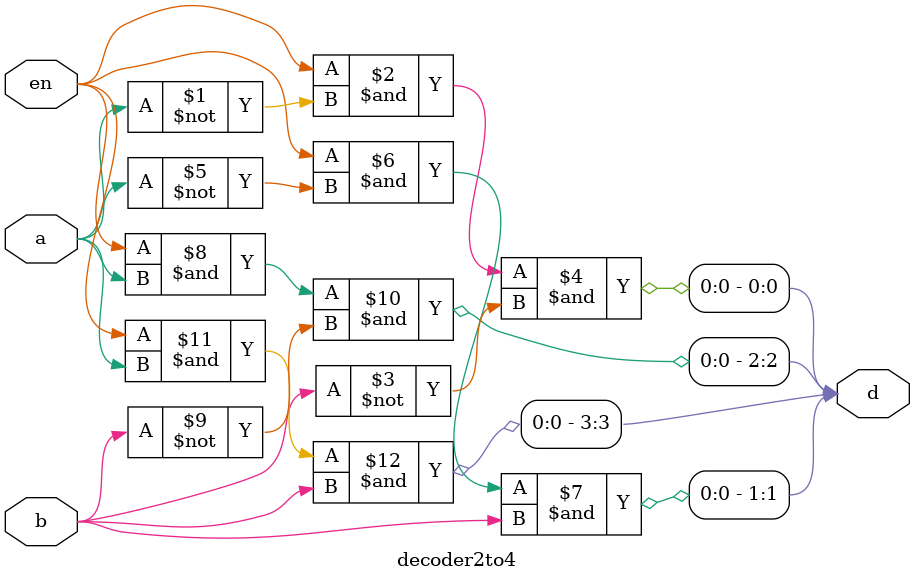
<source format=v>
module decoder2to4(en,a,b,d);
  input en;
  input a,b;
  output [3:0]d;
  assign d[0]=(en & ~a & ~b);
  assign d[1]=(en & ~a & b);
  assign d[2]=(en & a & ~b);
  assign d[3]=(en & a & b);
endmodule


</source>
